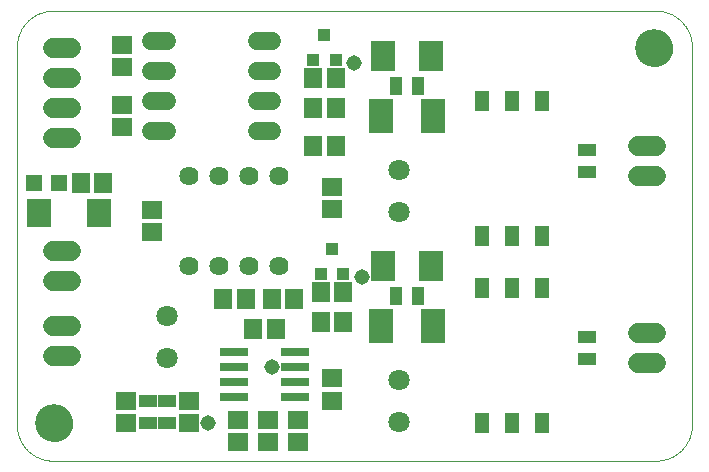
<source format=gts>
G75*
%MOIN*%
%OFA0B0*%
%FSLAX25Y25*%
%IPPOS*%
%LPD*%
%AMOC8*
5,1,8,0,0,1.08239X$1,22.5*
%
%ADD10C,0.00000*%
%ADD11R,0.06706X0.05918*%
%ADD12C,0.07100*%
%ADD13R,0.05918X0.06706*%
%ADD14R,0.07887X0.10249*%
%ADD15R,0.09461X0.03162*%
%ADD16R,0.03950X0.04343*%
%ADD17C,0.06400*%
%ADD18C,0.06737*%
%ADD19R,0.04343X0.06312*%
%ADD20R,0.06312X0.04343*%
%ADD21R,0.07887X0.11430*%
%ADD22R,0.07887X0.09461*%
%ADD23R,0.05524X0.05524*%
%ADD24C,0.06000*%
%ADD25C,0.12611*%
%ADD26R,0.04800X0.06800*%
%ADD27C,0.05156*%
D10*
X0016500Y0005500D02*
X0217500Y0005500D01*
X0217790Y0005504D01*
X0218080Y0005514D01*
X0218369Y0005532D01*
X0218658Y0005556D01*
X0218946Y0005587D01*
X0219234Y0005626D01*
X0219520Y0005671D01*
X0219806Y0005724D01*
X0220089Y0005783D01*
X0220372Y0005849D01*
X0220652Y0005921D01*
X0220931Y0006001D01*
X0221208Y0006087D01*
X0221483Y0006180D01*
X0221755Y0006280D01*
X0222025Y0006386D01*
X0222292Y0006498D01*
X0222557Y0006618D01*
X0222818Y0006743D01*
X0223077Y0006875D01*
X0223332Y0007012D01*
X0223584Y0007156D01*
X0223832Y0007306D01*
X0224076Y0007462D01*
X0224317Y0007624D01*
X0224553Y0007792D01*
X0224786Y0007965D01*
X0225014Y0008144D01*
X0225238Y0008328D01*
X0225457Y0008518D01*
X0225672Y0008713D01*
X0225882Y0008913D01*
X0226087Y0009118D01*
X0226287Y0009328D01*
X0226482Y0009543D01*
X0226672Y0009762D01*
X0226856Y0009986D01*
X0227035Y0010214D01*
X0227208Y0010447D01*
X0227376Y0010683D01*
X0227538Y0010924D01*
X0227694Y0011168D01*
X0227844Y0011416D01*
X0227988Y0011668D01*
X0228125Y0011923D01*
X0228257Y0012182D01*
X0228382Y0012443D01*
X0228502Y0012708D01*
X0228614Y0012975D01*
X0228720Y0013245D01*
X0228820Y0013517D01*
X0228913Y0013792D01*
X0228999Y0014069D01*
X0229079Y0014348D01*
X0229151Y0014628D01*
X0229217Y0014911D01*
X0229276Y0015194D01*
X0229329Y0015480D01*
X0229374Y0015766D01*
X0229413Y0016054D01*
X0229444Y0016342D01*
X0229468Y0016631D01*
X0229486Y0016920D01*
X0229496Y0017210D01*
X0229500Y0017500D01*
X0229500Y0143500D01*
X0229496Y0143790D01*
X0229486Y0144080D01*
X0229468Y0144369D01*
X0229444Y0144658D01*
X0229413Y0144946D01*
X0229374Y0145234D01*
X0229329Y0145520D01*
X0229276Y0145806D01*
X0229217Y0146089D01*
X0229151Y0146372D01*
X0229079Y0146652D01*
X0228999Y0146931D01*
X0228913Y0147208D01*
X0228820Y0147483D01*
X0228720Y0147755D01*
X0228614Y0148025D01*
X0228502Y0148292D01*
X0228382Y0148557D01*
X0228257Y0148818D01*
X0228125Y0149077D01*
X0227988Y0149332D01*
X0227844Y0149584D01*
X0227694Y0149832D01*
X0227538Y0150076D01*
X0227376Y0150317D01*
X0227208Y0150553D01*
X0227035Y0150786D01*
X0226856Y0151014D01*
X0226672Y0151238D01*
X0226482Y0151457D01*
X0226287Y0151672D01*
X0226087Y0151882D01*
X0225882Y0152087D01*
X0225672Y0152287D01*
X0225457Y0152482D01*
X0225238Y0152672D01*
X0225014Y0152856D01*
X0224786Y0153035D01*
X0224553Y0153208D01*
X0224317Y0153376D01*
X0224076Y0153538D01*
X0223832Y0153694D01*
X0223584Y0153844D01*
X0223332Y0153988D01*
X0223077Y0154125D01*
X0222818Y0154257D01*
X0222557Y0154382D01*
X0222292Y0154502D01*
X0222025Y0154614D01*
X0221755Y0154720D01*
X0221483Y0154820D01*
X0221208Y0154913D01*
X0220931Y0154999D01*
X0220652Y0155079D01*
X0220372Y0155151D01*
X0220089Y0155217D01*
X0219806Y0155276D01*
X0219520Y0155329D01*
X0219234Y0155374D01*
X0218946Y0155413D01*
X0218658Y0155444D01*
X0218369Y0155468D01*
X0218080Y0155486D01*
X0217790Y0155496D01*
X0217500Y0155500D01*
X0016500Y0155500D01*
X0016210Y0155496D01*
X0015920Y0155486D01*
X0015631Y0155468D01*
X0015342Y0155444D01*
X0015054Y0155413D01*
X0014766Y0155374D01*
X0014480Y0155329D01*
X0014194Y0155276D01*
X0013911Y0155217D01*
X0013628Y0155151D01*
X0013348Y0155079D01*
X0013069Y0154999D01*
X0012792Y0154913D01*
X0012517Y0154820D01*
X0012245Y0154720D01*
X0011975Y0154614D01*
X0011708Y0154502D01*
X0011443Y0154382D01*
X0011182Y0154257D01*
X0010923Y0154125D01*
X0010668Y0153988D01*
X0010416Y0153844D01*
X0010168Y0153694D01*
X0009924Y0153538D01*
X0009683Y0153376D01*
X0009447Y0153208D01*
X0009214Y0153035D01*
X0008986Y0152856D01*
X0008762Y0152672D01*
X0008543Y0152482D01*
X0008328Y0152287D01*
X0008118Y0152087D01*
X0007913Y0151882D01*
X0007713Y0151672D01*
X0007518Y0151457D01*
X0007328Y0151238D01*
X0007144Y0151014D01*
X0006965Y0150786D01*
X0006792Y0150553D01*
X0006624Y0150317D01*
X0006462Y0150076D01*
X0006306Y0149832D01*
X0006156Y0149584D01*
X0006012Y0149332D01*
X0005875Y0149077D01*
X0005743Y0148818D01*
X0005618Y0148557D01*
X0005498Y0148292D01*
X0005386Y0148025D01*
X0005280Y0147755D01*
X0005180Y0147483D01*
X0005087Y0147208D01*
X0005001Y0146931D01*
X0004921Y0146652D01*
X0004849Y0146372D01*
X0004783Y0146089D01*
X0004724Y0145806D01*
X0004671Y0145520D01*
X0004626Y0145234D01*
X0004587Y0144946D01*
X0004556Y0144658D01*
X0004532Y0144369D01*
X0004514Y0144080D01*
X0004504Y0143790D01*
X0004500Y0143500D01*
X0004500Y0017500D01*
X0004504Y0017210D01*
X0004514Y0016920D01*
X0004532Y0016631D01*
X0004556Y0016342D01*
X0004587Y0016054D01*
X0004626Y0015766D01*
X0004671Y0015480D01*
X0004724Y0015194D01*
X0004783Y0014911D01*
X0004849Y0014628D01*
X0004921Y0014348D01*
X0005001Y0014069D01*
X0005087Y0013792D01*
X0005180Y0013517D01*
X0005280Y0013245D01*
X0005386Y0012975D01*
X0005498Y0012708D01*
X0005618Y0012443D01*
X0005743Y0012182D01*
X0005875Y0011923D01*
X0006012Y0011668D01*
X0006156Y0011416D01*
X0006306Y0011168D01*
X0006462Y0010924D01*
X0006624Y0010683D01*
X0006792Y0010447D01*
X0006965Y0010214D01*
X0007144Y0009986D01*
X0007328Y0009762D01*
X0007518Y0009543D01*
X0007713Y0009328D01*
X0007913Y0009118D01*
X0008118Y0008913D01*
X0008328Y0008713D01*
X0008543Y0008518D01*
X0008762Y0008328D01*
X0008986Y0008144D01*
X0009214Y0007965D01*
X0009447Y0007792D01*
X0009683Y0007624D01*
X0009924Y0007462D01*
X0010168Y0007306D01*
X0010416Y0007156D01*
X0010668Y0007012D01*
X0010923Y0006875D01*
X0011182Y0006743D01*
X0011443Y0006618D01*
X0011708Y0006498D01*
X0011975Y0006386D01*
X0012245Y0006280D01*
X0012517Y0006180D01*
X0012792Y0006087D01*
X0013069Y0006001D01*
X0013348Y0005921D01*
X0013628Y0005849D01*
X0013911Y0005783D01*
X0014194Y0005724D01*
X0014480Y0005671D01*
X0014766Y0005626D01*
X0015054Y0005587D01*
X0015342Y0005556D01*
X0015631Y0005532D01*
X0015920Y0005514D01*
X0016210Y0005504D01*
X0016500Y0005500D01*
X0011094Y0018000D02*
X0011096Y0018153D01*
X0011102Y0018307D01*
X0011112Y0018460D01*
X0011126Y0018612D01*
X0011144Y0018765D01*
X0011166Y0018916D01*
X0011191Y0019067D01*
X0011221Y0019218D01*
X0011255Y0019368D01*
X0011292Y0019516D01*
X0011333Y0019664D01*
X0011378Y0019810D01*
X0011427Y0019956D01*
X0011480Y0020100D01*
X0011536Y0020242D01*
X0011596Y0020383D01*
X0011660Y0020523D01*
X0011727Y0020661D01*
X0011798Y0020797D01*
X0011873Y0020931D01*
X0011950Y0021063D01*
X0012032Y0021193D01*
X0012116Y0021321D01*
X0012204Y0021447D01*
X0012295Y0021570D01*
X0012389Y0021691D01*
X0012487Y0021809D01*
X0012587Y0021925D01*
X0012691Y0022038D01*
X0012797Y0022149D01*
X0012906Y0022257D01*
X0013018Y0022362D01*
X0013132Y0022463D01*
X0013250Y0022562D01*
X0013369Y0022658D01*
X0013491Y0022751D01*
X0013616Y0022840D01*
X0013743Y0022927D01*
X0013872Y0023009D01*
X0014003Y0023089D01*
X0014136Y0023165D01*
X0014271Y0023238D01*
X0014408Y0023307D01*
X0014547Y0023372D01*
X0014687Y0023434D01*
X0014829Y0023492D01*
X0014972Y0023547D01*
X0015117Y0023598D01*
X0015263Y0023645D01*
X0015410Y0023688D01*
X0015558Y0023727D01*
X0015707Y0023763D01*
X0015857Y0023794D01*
X0016008Y0023822D01*
X0016159Y0023846D01*
X0016312Y0023866D01*
X0016464Y0023882D01*
X0016617Y0023894D01*
X0016770Y0023902D01*
X0016923Y0023906D01*
X0017077Y0023906D01*
X0017230Y0023902D01*
X0017383Y0023894D01*
X0017536Y0023882D01*
X0017688Y0023866D01*
X0017841Y0023846D01*
X0017992Y0023822D01*
X0018143Y0023794D01*
X0018293Y0023763D01*
X0018442Y0023727D01*
X0018590Y0023688D01*
X0018737Y0023645D01*
X0018883Y0023598D01*
X0019028Y0023547D01*
X0019171Y0023492D01*
X0019313Y0023434D01*
X0019453Y0023372D01*
X0019592Y0023307D01*
X0019729Y0023238D01*
X0019864Y0023165D01*
X0019997Y0023089D01*
X0020128Y0023009D01*
X0020257Y0022927D01*
X0020384Y0022840D01*
X0020509Y0022751D01*
X0020631Y0022658D01*
X0020750Y0022562D01*
X0020868Y0022463D01*
X0020982Y0022362D01*
X0021094Y0022257D01*
X0021203Y0022149D01*
X0021309Y0022038D01*
X0021413Y0021925D01*
X0021513Y0021809D01*
X0021611Y0021691D01*
X0021705Y0021570D01*
X0021796Y0021447D01*
X0021884Y0021321D01*
X0021968Y0021193D01*
X0022050Y0021063D01*
X0022127Y0020931D01*
X0022202Y0020797D01*
X0022273Y0020661D01*
X0022340Y0020523D01*
X0022404Y0020383D01*
X0022464Y0020242D01*
X0022520Y0020100D01*
X0022573Y0019956D01*
X0022622Y0019810D01*
X0022667Y0019664D01*
X0022708Y0019516D01*
X0022745Y0019368D01*
X0022779Y0019218D01*
X0022809Y0019067D01*
X0022834Y0018916D01*
X0022856Y0018765D01*
X0022874Y0018612D01*
X0022888Y0018460D01*
X0022898Y0018307D01*
X0022904Y0018153D01*
X0022906Y0018000D01*
X0022904Y0017847D01*
X0022898Y0017693D01*
X0022888Y0017540D01*
X0022874Y0017388D01*
X0022856Y0017235D01*
X0022834Y0017084D01*
X0022809Y0016933D01*
X0022779Y0016782D01*
X0022745Y0016632D01*
X0022708Y0016484D01*
X0022667Y0016336D01*
X0022622Y0016190D01*
X0022573Y0016044D01*
X0022520Y0015900D01*
X0022464Y0015758D01*
X0022404Y0015617D01*
X0022340Y0015477D01*
X0022273Y0015339D01*
X0022202Y0015203D01*
X0022127Y0015069D01*
X0022050Y0014937D01*
X0021968Y0014807D01*
X0021884Y0014679D01*
X0021796Y0014553D01*
X0021705Y0014430D01*
X0021611Y0014309D01*
X0021513Y0014191D01*
X0021413Y0014075D01*
X0021309Y0013962D01*
X0021203Y0013851D01*
X0021094Y0013743D01*
X0020982Y0013638D01*
X0020868Y0013537D01*
X0020750Y0013438D01*
X0020631Y0013342D01*
X0020509Y0013249D01*
X0020384Y0013160D01*
X0020257Y0013073D01*
X0020128Y0012991D01*
X0019997Y0012911D01*
X0019864Y0012835D01*
X0019729Y0012762D01*
X0019592Y0012693D01*
X0019453Y0012628D01*
X0019313Y0012566D01*
X0019171Y0012508D01*
X0019028Y0012453D01*
X0018883Y0012402D01*
X0018737Y0012355D01*
X0018590Y0012312D01*
X0018442Y0012273D01*
X0018293Y0012237D01*
X0018143Y0012206D01*
X0017992Y0012178D01*
X0017841Y0012154D01*
X0017688Y0012134D01*
X0017536Y0012118D01*
X0017383Y0012106D01*
X0017230Y0012098D01*
X0017077Y0012094D01*
X0016923Y0012094D01*
X0016770Y0012098D01*
X0016617Y0012106D01*
X0016464Y0012118D01*
X0016312Y0012134D01*
X0016159Y0012154D01*
X0016008Y0012178D01*
X0015857Y0012206D01*
X0015707Y0012237D01*
X0015558Y0012273D01*
X0015410Y0012312D01*
X0015263Y0012355D01*
X0015117Y0012402D01*
X0014972Y0012453D01*
X0014829Y0012508D01*
X0014687Y0012566D01*
X0014547Y0012628D01*
X0014408Y0012693D01*
X0014271Y0012762D01*
X0014136Y0012835D01*
X0014003Y0012911D01*
X0013872Y0012991D01*
X0013743Y0013073D01*
X0013616Y0013160D01*
X0013491Y0013249D01*
X0013369Y0013342D01*
X0013250Y0013438D01*
X0013132Y0013537D01*
X0013018Y0013638D01*
X0012906Y0013743D01*
X0012797Y0013851D01*
X0012691Y0013962D01*
X0012587Y0014075D01*
X0012487Y0014191D01*
X0012389Y0014309D01*
X0012295Y0014430D01*
X0012204Y0014553D01*
X0012116Y0014679D01*
X0012032Y0014807D01*
X0011950Y0014937D01*
X0011873Y0015069D01*
X0011798Y0015203D01*
X0011727Y0015339D01*
X0011660Y0015477D01*
X0011596Y0015617D01*
X0011536Y0015758D01*
X0011480Y0015900D01*
X0011427Y0016044D01*
X0011378Y0016190D01*
X0011333Y0016336D01*
X0011292Y0016484D01*
X0011255Y0016632D01*
X0011221Y0016782D01*
X0011191Y0016933D01*
X0011166Y0017084D01*
X0011144Y0017235D01*
X0011126Y0017388D01*
X0011112Y0017540D01*
X0011102Y0017693D01*
X0011096Y0017847D01*
X0011094Y0018000D01*
X0211094Y0143000D02*
X0211096Y0143153D01*
X0211102Y0143307D01*
X0211112Y0143460D01*
X0211126Y0143612D01*
X0211144Y0143765D01*
X0211166Y0143916D01*
X0211191Y0144067D01*
X0211221Y0144218D01*
X0211255Y0144368D01*
X0211292Y0144516D01*
X0211333Y0144664D01*
X0211378Y0144810D01*
X0211427Y0144956D01*
X0211480Y0145100D01*
X0211536Y0145242D01*
X0211596Y0145383D01*
X0211660Y0145523D01*
X0211727Y0145661D01*
X0211798Y0145797D01*
X0211873Y0145931D01*
X0211950Y0146063D01*
X0212032Y0146193D01*
X0212116Y0146321D01*
X0212204Y0146447D01*
X0212295Y0146570D01*
X0212389Y0146691D01*
X0212487Y0146809D01*
X0212587Y0146925D01*
X0212691Y0147038D01*
X0212797Y0147149D01*
X0212906Y0147257D01*
X0213018Y0147362D01*
X0213132Y0147463D01*
X0213250Y0147562D01*
X0213369Y0147658D01*
X0213491Y0147751D01*
X0213616Y0147840D01*
X0213743Y0147927D01*
X0213872Y0148009D01*
X0214003Y0148089D01*
X0214136Y0148165D01*
X0214271Y0148238D01*
X0214408Y0148307D01*
X0214547Y0148372D01*
X0214687Y0148434D01*
X0214829Y0148492D01*
X0214972Y0148547D01*
X0215117Y0148598D01*
X0215263Y0148645D01*
X0215410Y0148688D01*
X0215558Y0148727D01*
X0215707Y0148763D01*
X0215857Y0148794D01*
X0216008Y0148822D01*
X0216159Y0148846D01*
X0216312Y0148866D01*
X0216464Y0148882D01*
X0216617Y0148894D01*
X0216770Y0148902D01*
X0216923Y0148906D01*
X0217077Y0148906D01*
X0217230Y0148902D01*
X0217383Y0148894D01*
X0217536Y0148882D01*
X0217688Y0148866D01*
X0217841Y0148846D01*
X0217992Y0148822D01*
X0218143Y0148794D01*
X0218293Y0148763D01*
X0218442Y0148727D01*
X0218590Y0148688D01*
X0218737Y0148645D01*
X0218883Y0148598D01*
X0219028Y0148547D01*
X0219171Y0148492D01*
X0219313Y0148434D01*
X0219453Y0148372D01*
X0219592Y0148307D01*
X0219729Y0148238D01*
X0219864Y0148165D01*
X0219997Y0148089D01*
X0220128Y0148009D01*
X0220257Y0147927D01*
X0220384Y0147840D01*
X0220509Y0147751D01*
X0220631Y0147658D01*
X0220750Y0147562D01*
X0220868Y0147463D01*
X0220982Y0147362D01*
X0221094Y0147257D01*
X0221203Y0147149D01*
X0221309Y0147038D01*
X0221413Y0146925D01*
X0221513Y0146809D01*
X0221611Y0146691D01*
X0221705Y0146570D01*
X0221796Y0146447D01*
X0221884Y0146321D01*
X0221968Y0146193D01*
X0222050Y0146063D01*
X0222127Y0145931D01*
X0222202Y0145797D01*
X0222273Y0145661D01*
X0222340Y0145523D01*
X0222404Y0145383D01*
X0222464Y0145242D01*
X0222520Y0145100D01*
X0222573Y0144956D01*
X0222622Y0144810D01*
X0222667Y0144664D01*
X0222708Y0144516D01*
X0222745Y0144368D01*
X0222779Y0144218D01*
X0222809Y0144067D01*
X0222834Y0143916D01*
X0222856Y0143765D01*
X0222874Y0143612D01*
X0222888Y0143460D01*
X0222898Y0143307D01*
X0222904Y0143153D01*
X0222906Y0143000D01*
X0222904Y0142847D01*
X0222898Y0142693D01*
X0222888Y0142540D01*
X0222874Y0142388D01*
X0222856Y0142235D01*
X0222834Y0142084D01*
X0222809Y0141933D01*
X0222779Y0141782D01*
X0222745Y0141632D01*
X0222708Y0141484D01*
X0222667Y0141336D01*
X0222622Y0141190D01*
X0222573Y0141044D01*
X0222520Y0140900D01*
X0222464Y0140758D01*
X0222404Y0140617D01*
X0222340Y0140477D01*
X0222273Y0140339D01*
X0222202Y0140203D01*
X0222127Y0140069D01*
X0222050Y0139937D01*
X0221968Y0139807D01*
X0221884Y0139679D01*
X0221796Y0139553D01*
X0221705Y0139430D01*
X0221611Y0139309D01*
X0221513Y0139191D01*
X0221413Y0139075D01*
X0221309Y0138962D01*
X0221203Y0138851D01*
X0221094Y0138743D01*
X0220982Y0138638D01*
X0220868Y0138537D01*
X0220750Y0138438D01*
X0220631Y0138342D01*
X0220509Y0138249D01*
X0220384Y0138160D01*
X0220257Y0138073D01*
X0220128Y0137991D01*
X0219997Y0137911D01*
X0219864Y0137835D01*
X0219729Y0137762D01*
X0219592Y0137693D01*
X0219453Y0137628D01*
X0219313Y0137566D01*
X0219171Y0137508D01*
X0219028Y0137453D01*
X0218883Y0137402D01*
X0218737Y0137355D01*
X0218590Y0137312D01*
X0218442Y0137273D01*
X0218293Y0137237D01*
X0218143Y0137206D01*
X0217992Y0137178D01*
X0217841Y0137154D01*
X0217688Y0137134D01*
X0217536Y0137118D01*
X0217383Y0137106D01*
X0217230Y0137098D01*
X0217077Y0137094D01*
X0216923Y0137094D01*
X0216770Y0137098D01*
X0216617Y0137106D01*
X0216464Y0137118D01*
X0216312Y0137134D01*
X0216159Y0137154D01*
X0216008Y0137178D01*
X0215857Y0137206D01*
X0215707Y0137237D01*
X0215558Y0137273D01*
X0215410Y0137312D01*
X0215263Y0137355D01*
X0215117Y0137402D01*
X0214972Y0137453D01*
X0214829Y0137508D01*
X0214687Y0137566D01*
X0214547Y0137628D01*
X0214408Y0137693D01*
X0214271Y0137762D01*
X0214136Y0137835D01*
X0214003Y0137911D01*
X0213872Y0137991D01*
X0213743Y0138073D01*
X0213616Y0138160D01*
X0213491Y0138249D01*
X0213369Y0138342D01*
X0213250Y0138438D01*
X0213132Y0138537D01*
X0213018Y0138638D01*
X0212906Y0138743D01*
X0212797Y0138851D01*
X0212691Y0138962D01*
X0212587Y0139075D01*
X0212487Y0139191D01*
X0212389Y0139309D01*
X0212295Y0139430D01*
X0212204Y0139553D01*
X0212116Y0139679D01*
X0212032Y0139807D01*
X0211950Y0139937D01*
X0211873Y0140069D01*
X0211798Y0140203D01*
X0211727Y0140339D01*
X0211660Y0140477D01*
X0211596Y0140617D01*
X0211536Y0140758D01*
X0211480Y0140900D01*
X0211427Y0141044D01*
X0211378Y0141190D01*
X0211333Y0141336D01*
X0211292Y0141484D01*
X0211255Y0141632D01*
X0211221Y0141782D01*
X0211191Y0141933D01*
X0211166Y0142084D01*
X0211144Y0142235D01*
X0211126Y0142388D01*
X0211112Y0142540D01*
X0211102Y0142693D01*
X0211096Y0142847D01*
X0211094Y0143000D01*
D11*
X0109500Y0096740D03*
X0109500Y0089260D03*
X0049500Y0089240D03*
X0049500Y0081760D03*
X0039500Y0116760D03*
X0039500Y0124240D03*
X0039500Y0136760D03*
X0039500Y0144240D03*
X0109500Y0032990D03*
X0109500Y0025510D03*
X0098250Y0019240D03*
X0088250Y0019240D03*
X0078250Y0019240D03*
X0078250Y0011760D03*
X0088250Y0011760D03*
X0098250Y0011760D03*
X0062000Y0018010D03*
X0062000Y0025490D03*
X0040750Y0025490D03*
X0040750Y0018010D03*
D12*
X0054500Y0039750D03*
X0054500Y0053750D03*
X0132000Y0032500D03*
X0132000Y0018500D03*
X0132000Y0088500D03*
X0132000Y0102500D03*
D13*
X0110740Y0110500D03*
X0103260Y0110500D03*
X0103260Y0123000D03*
X0110740Y0123000D03*
X0110740Y0133000D03*
X0103260Y0133000D03*
X0033240Y0098000D03*
X0025760Y0098000D03*
X0073260Y0059250D03*
X0080740Y0059250D03*
X0089510Y0059250D03*
X0096990Y0059250D03*
X0105760Y0061750D03*
X0113240Y0061750D03*
X0113240Y0051750D03*
X0105760Y0051750D03*
X0090740Y0049250D03*
X0083260Y0049250D03*
D14*
X0126528Y0070500D03*
X0142472Y0070500D03*
X0142472Y0140500D03*
X0126528Y0140500D03*
D15*
X0097236Y0041750D03*
X0097236Y0036750D03*
X0097236Y0031750D03*
X0097236Y0026750D03*
X0076764Y0026750D03*
X0076764Y0031750D03*
X0076764Y0036750D03*
X0076764Y0041750D03*
D16*
X0105760Y0067813D03*
X0113240Y0067813D03*
X0109500Y0076081D03*
X0110740Y0139063D03*
X0103260Y0139063D03*
X0107000Y0147331D03*
D17*
X0092000Y0100500D03*
X0082000Y0100500D03*
X0072000Y0100500D03*
X0062000Y0100500D03*
X0062000Y0070500D03*
X0072000Y0070500D03*
X0082000Y0070500D03*
X0092000Y0070500D03*
D18*
X0022469Y0065500D02*
X0016531Y0065500D01*
X0016531Y0075500D02*
X0022469Y0075500D01*
X0022469Y0050500D02*
X0016531Y0050500D01*
X0016531Y0040500D02*
X0022469Y0040500D01*
X0022469Y0113000D02*
X0016531Y0113000D01*
X0016531Y0123000D02*
X0022469Y0123000D01*
X0022469Y0133000D02*
X0016531Y0133000D01*
X0016531Y0143000D02*
X0022469Y0143000D01*
X0211531Y0110500D02*
X0217469Y0110500D01*
X0217469Y0100500D02*
X0211531Y0100500D01*
X0211531Y0048000D02*
X0217469Y0048000D01*
X0217469Y0038000D02*
X0211531Y0038000D01*
D19*
X0138240Y0060500D03*
X0130760Y0060500D03*
X0130760Y0130500D03*
X0138240Y0130500D03*
D20*
X0194500Y0109240D03*
X0194500Y0101760D03*
X0194500Y0046740D03*
X0194500Y0039260D03*
X0054500Y0025490D03*
X0048250Y0025490D03*
X0048250Y0018010D03*
X0054500Y0018010D03*
D21*
X0125839Y0050500D03*
X0143161Y0050500D03*
X0143161Y0120500D03*
X0125839Y0120500D03*
D22*
X0032039Y0088000D03*
X0011961Y0088000D03*
D23*
X0010366Y0098000D03*
X0018634Y0098000D03*
D24*
X0049300Y0115500D02*
X0054500Y0115500D01*
X0054500Y0125500D02*
X0049300Y0125500D01*
X0049300Y0135500D02*
X0054500Y0135500D01*
X0054500Y0145500D02*
X0049300Y0145500D01*
X0084500Y0145500D02*
X0089700Y0145500D01*
X0089700Y0135500D02*
X0084500Y0135500D01*
X0084500Y0125500D02*
X0089700Y0125500D01*
X0089700Y0115500D02*
X0084500Y0115500D01*
D25*
X0217000Y0143000D03*
X0017000Y0018000D03*
D26*
X0159500Y0018000D03*
X0169500Y0018000D03*
X0179500Y0018000D03*
X0179500Y0063000D03*
X0169500Y0063000D03*
X0159500Y0063000D03*
X0159500Y0080500D03*
X0169500Y0080500D03*
X0179500Y0080500D03*
X0179500Y0125500D03*
X0169500Y0125500D03*
X0159500Y0125500D03*
D27*
X0117000Y0138000D03*
X0119500Y0066750D03*
X0089500Y0036750D03*
X0068250Y0018000D03*
M02*

</source>
